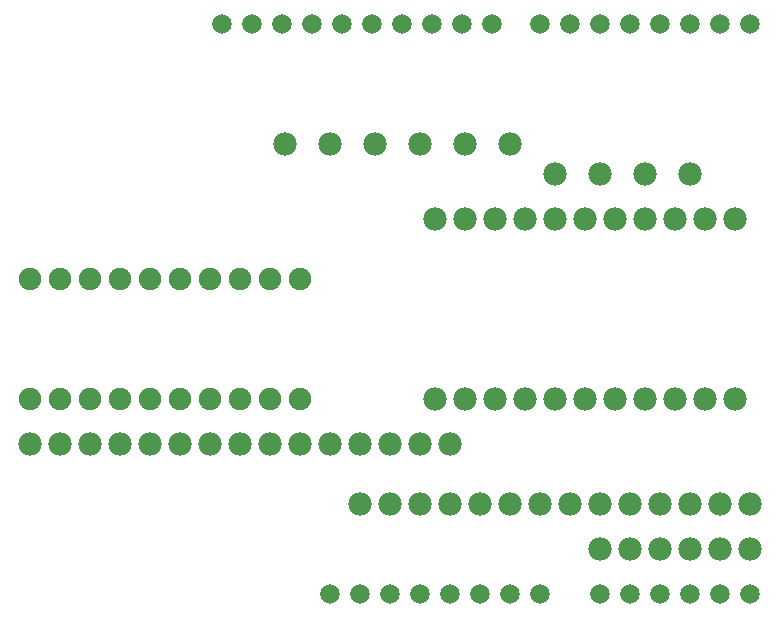
<source format=gtl>
G04 MADE WITH FRITZING*
G04 WWW.FRITZING.ORG*
G04 DOUBLE SIDED*
G04 HOLES PLATED*
G04 CONTOUR ON CENTER OF CONTOUR VECTOR*
%ASAXBY*%
%FSLAX23Y23*%
%MOIN*%
%OFA0B0*%
%SFA1.0B1.0*%
%ADD10C,0.075000*%
%ADD11C,0.078000*%
%ADD12C,0.065278*%
%LNCOPPER1*%
G90*
G70*
G54D10*
X1009Y1151D03*
X1009Y751D03*
G54D11*
X959Y1601D03*
X2509Y251D03*
X2409Y251D03*
G54D10*
X609Y1151D03*
X609Y751D03*
X909Y1151D03*
X909Y751D03*
X809Y1151D03*
X809Y751D03*
X709Y1151D03*
X709Y751D03*
X509Y1151D03*
X509Y751D03*
X409Y1151D03*
X409Y751D03*
X309Y1151D03*
X309Y751D03*
X209Y1151D03*
X209Y751D03*
X109Y1151D03*
X109Y751D03*
G54D11*
X2309Y251D03*
X2209Y251D03*
X2109Y251D03*
X2009Y251D03*
X1109Y1601D03*
X1259Y1601D03*
X1409Y1601D03*
X1559Y1601D03*
X1709Y1601D03*
X1859Y1501D03*
X2009Y1501D03*
X2159Y1501D03*
X2309Y1501D03*
X109Y601D03*
X209Y601D03*
X309Y601D03*
X409Y601D03*
X509Y601D03*
X609Y601D03*
X709Y601D03*
X809Y601D03*
X909Y601D03*
X1009Y601D03*
X1109Y601D03*
X1209Y601D03*
X1309Y601D03*
X1409Y601D03*
X1509Y601D03*
X2509Y401D03*
X2409Y401D03*
X2309Y401D03*
X2209Y401D03*
X2109Y401D03*
X2009Y401D03*
X1909Y401D03*
X1809Y401D03*
X1709Y401D03*
X1609Y401D03*
X1509Y401D03*
X1409Y401D03*
X1309Y401D03*
X1209Y401D03*
X2459Y1351D03*
X2359Y1351D03*
X2259Y1351D03*
X2159Y1351D03*
X2059Y1351D03*
X1959Y1351D03*
X1859Y1351D03*
X1759Y1351D03*
X1659Y1351D03*
X1559Y1351D03*
X1459Y1351D03*
X1459Y751D03*
X1559Y751D03*
X1659Y751D03*
X1759Y751D03*
X1859Y751D03*
X1959Y751D03*
X2059Y751D03*
X2159Y751D03*
X2259Y751D03*
X2359Y751D03*
X2459Y751D03*
G54D12*
X2109Y101D03*
X2209Y101D03*
X2309Y101D03*
X2409Y101D03*
X2509Y101D03*
X1649Y2001D03*
X1549Y2001D03*
X1449Y2001D03*
X1349Y2001D03*
X1249Y2001D03*
X1149Y2001D03*
X1049Y2001D03*
X949Y2001D03*
X849Y2001D03*
X749Y2001D03*
X2509Y2001D03*
X2409Y2001D03*
X2309Y2001D03*
X2209Y2001D03*
X2109Y2001D03*
X2009Y2001D03*
X1909Y2001D03*
X1809Y2001D03*
X1209Y101D03*
X1109Y101D03*
X1309Y101D03*
X1409Y101D03*
X1509Y101D03*
X1609Y101D03*
X1709Y101D03*
X1809Y101D03*
X2009Y101D03*
G04 End of Copper1*
M02*
</source>
